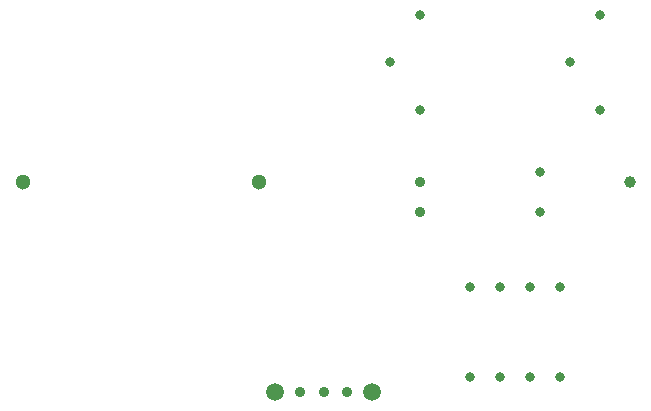
<source format=gbr>
%TF.GenerationSoftware,KiCad,Pcbnew,7.0.9*%
%TF.CreationDate,2025-05-13T13:00:59+05:30*%
%TF.ProjectId,Kicad Tutorial,4b696361-6420-4547-9574-6f7269616c2e,1*%
%TF.SameCoordinates,Original*%
%TF.FileFunction,Plated,1,2,PTH,Drill*%
%TF.FilePolarity,Positive*%
%FSLAX46Y46*%
G04 Gerber Fmt 4.6, Leading zero omitted, Abs format (unit mm)*
G04 Created by KiCad (PCBNEW 7.0.9) date 2025-05-13 13:00:59*
%MOMM*%
%LPD*%
G01*
G04 APERTURE LIST*
%TA.AperFunction,ComponentDrill*%
%ADD10C,0.800000*%
%TD*%
%TA.AperFunction,ComponentDrill*%
%ADD11C,0.900000*%
%TD*%
%TA.AperFunction,ComponentDrill*%
%ADD12C,1.000000*%
%TD*%
%TA.AperFunction,ComponentDrill*%
%ADD13C,1.300000*%
%TD*%
%TA.AperFunction,ComponentDrill*%
%ADD14C,1.500000*%
%TD*%
G04 APERTURE END LIST*
D10*
%TO.C,R2*%
X157480000Y-91440000D03*
%TO.C,R1*%
X160020000Y-87390000D03*
%TO.C,R3*%
X160020000Y-95490000D03*
%TO.C,U1*%
X164220914Y-110480000D03*
X164220914Y-118100000D03*
X166760914Y-110480000D03*
X166760914Y-118100000D03*
X169300914Y-110480000D03*
X169300914Y-118100000D03*
%TO.C,R4*%
X170180000Y-100740000D03*
X170180000Y-104140000D03*
%TO.C,U1*%
X171840914Y-110480000D03*
X171840914Y-118100000D03*
%TO.C,R2*%
X172720000Y-91440000D03*
%TO.C,R1*%
X175260000Y-87390000D03*
%TO.C,R3*%
X175260000Y-95490000D03*
D11*
%TO.C,SW1*%
X149860000Y-119380000D03*
X151860000Y-119380000D03*
X153860000Y-119380000D03*
%TO.C,D1*%
X160020000Y-101600000D03*
X160020000Y-104140000D03*
D12*
%TO.C,MK1*%
X177800000Y-101600000D03*
D13*
%TO.C,BT1*%
X126410914Y-101600000D03*
X146410914Y-101600000D03*
D14*
%TO.C,SW1*%
X147760000Y-119380000D03*
X155960000Y-119380000D03*
M02*

</source>
